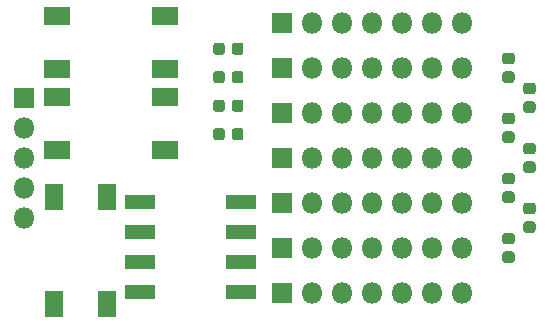
<source format=gbs>
%TF.GenerationSoftware,KiCad,Pcbnew,(5.1.6)-1*%
%TF.CreationDate,2020-07-31T18:02:46-07:00*%
%TF.ProjectId,dspic33ev256gm102,64737069-6333-4336-9576-323536676d31,rev?*%
%TF.SameCoordinates,Original*%
%TF.FileFunction,Soldermask,Bot*%
%TF.FilePolarity,Negative*%
%FSLAX46Y46*%
G04 Gerber Fmt 4.6, Leading zero omitted, Abs format (unit mm)*
G04 Created by KiCad (PCBNEW (5.1.6)-1) date 2020-07-31 18:02:46*
%MOMM*%
%LPD*%
G01*
G04 APERTURE LIST*
%ADD10O,1.801600X1.801600*%
%ADD11R,1.801600X1.801600*%
%ADD12R,2.541600X1.221600*%
%ADD13R,2.201600X1.501600*%
%ADD14R,1.501600X2.201600*%
G04 APERTURE END LIST*
D10*
%TO.C,J3*%
X190881000Y-83820000D03*
X188341000Y-83820000D03*
X185801000Y-83820000D03*
X183261000Y-83820000D03*
X180721000Y-83820000D03*
X178181000Y-83820000D03*
D11*
X175641000Y-83820000D03*
%TD*%
%TO.C,R15*%
G36*
G01*
X172370300Y-78077350D02*
X172370300Y-78640650D01*
G75*
G02*
X172126150Y-78884800I-244150J0D01*
G01*
X171637850Y-78884800D01*
G75*
G02*
X171393700Y-78640650I0J244150D01*
G01*
X171393700Y-78077350D01*
G75*
G02*
X171637850Y-77833200I244150J0D01*
G01*
X172126150Y-77833200D01*
G75*
G02*
X172370300Y-78077350I0J-244150D01*
G01*
G37*
G36*
G01*
X170795300Y-78077350D02*
X170795300Y-78640650D01*
G75*
G02*
X170551150Y-78884800I-244150J0D01*
G01*
X170062850Y-78884800D01*
G75*
G02*
X169818700Y-78640650I0J244150D01*
G01*
X169818700Y-78077350D01*
G75*
G02*
X170062850Y-77833200I244150J0D01*
G01*
X170551150Y-77833200D01*
G75*
G02*
X170795300Y-78077350I0J-244150D01*
G01*
G37*
%TD*%
%TO.C,R16*%
G36*
G01*
X169818700Y-81053650D02*
X169818700Y-80490350D01*
G75*
G02*
X170062850Y-80246200I244150J0D01*
G01*
X170551150Y-80246200D01*
G75*
G02*
X170795300Y-80490350I0J-244150D01*
G01*
X170795300Y-81053650D01*
G75*
G02*
X170551150Y-81297800I-244150J0D01*
G01*
X170062850Y-81297800D01*
G75*
G02*
X169818700Y-81053650I0J244150D01*
G01*
G37*
G36*
G01*
X171393700Y-81053650D02*
X171393700Y-80490350D01*
G75*
G02*
X171637850Y-80246200I244150J0D01*
G01*
X172126150Y-80246200D01*
G75*
G02*
X172370300Y-80490350I0J-244150D01*
G01*
X172370300Y-81053650D01*
G75*
G02*
X172126150Y-81297800I-244150J0D01*
G01*
X171637850Y-81297800D01*
G75*
G02*
X171393700Y-81053650I0J244150D01*
G01*
G37*
%TD*%
D10*
%TO.C,J1*%
X190881000Y-76200000D03*
X188341000Y-76200000D03*
X185801000Y-76200000D03*
X183261000Y-76200000D03*
X180721000Y-76200000D03*
X178181000Y-76200000D03*
D11*
X175641000Y-76200000D03*
%TD*%
%TO.C,C1*%
G36*
G01*
X171393700Y-85879650D02*
X171393700Y-85316350D01*
G75*
G02*
X171637850Y-85072200I244150J0D01*
G01*
X172126150Y-85072200D01*
G75*
G02*
X172370300Y-85316350I0J-244150D01*
G01*
X172370300Y-85879650D01*
G75*
G02*
X172126150Y-86123800I-244150J0D01*
G01*
X171637850Y-86123800D01*
G75*
G02*
X171393700Y-85879650I0J244150D01*
G01*
G37*
G36*
G01*
X169818700Y-85879650D02*
X169818700Y-85316350D01*
G75*
G02*
X170062850Y-85072200I244150J0D01*
G01*
X170551150Y-85072200D01*
G75*
G02*
X170795300Y-85316350I0J-244150D01*
G01*
X170795300Y-85879650D01*
G75*
G02*
X170551150Y-86123800I-244150J0D01*
G01*
X170062850Y-86123800D01*
G75*
G02*
X169818700Y-85879650I0J244150D01*
G01*
G37*
%TD*%
%TO.C,D1*%
G36*
G01*
X195099650Y-79672800D02*
X194536350Y-79672800D01*
G75*
G02*
X194292200Y-79428650I0J244150D01*
G01*
X194292200Y-78940350D01*
G75*
G02*
X194536350Y-78696200I244150J0D01*
G01*
X195099650Y-78696200D01*
G75*
G02*
X195343800Y-78940350I0J-244150D01*
G01*
X195343800Y-79428650D01*
G75*
G02*
X195099650Y-79672800I-244150J0D01*
G01*
G37*
G36*
G01*
X195099650Y-81247800D02*
X194536350Y-81247800D01*
G75*
G02*
X194292200Y-81003650I0J244150D01*
G01*
X194292200Y-80515350D01*
G75*
G02*
X194536350Y-80271200I244150J0D01*
G01*
X195099650Y-80271200D01*
G75*
G02*
X195343800Y-80515350I0J-244150D01*
G01*
X195343800Y-81003650D01*
G75*
G02*
X195099650Y-81247800I-244150J0D01*
G01*
G37*
%TD*%
%TO.C,D2*%
G36*
G01*
X196877650Y-83787800D02*
X196314350Y-83787800D01*
G75*
G02*
X196070200Y-83543650I0J244150D01*
G01*
X196070200Y-83055350D01*
G75*
G02*
X196314350Y-82811200I244150J0D01*
G01*
X196877650Y-82811200D01*
G75*
G02*
X197121800Y-83055350I0J-244150D01*
G01*
X197121800Y-83543650D01*
G75*
G02*
X196877650Y-83787800I-244150J0D01*
G01*
G37*
G36*
G01*
X196877650Y-82212800D02*
X196314350Y-82212800D01*
G75*
G02*
X196070200Y-81968650I0J244150D01*
G01*
X196070200Y-81480350D01*
G75*
G02*
X196314350Y-81236200I244150J0D01*
G01*
X196877650Y-81236200D01*
G75*
G02*
X197121800Y-81480350I0J-244150D01*
G01*
X197121800Y-81968650D01*
G75*
G02*
X196877650Y-82212800I-244150J0D01*
G01*
G37*
%TD*%
%TO.C,D3*%
G36*
G01*
X195099650Y-84756966D02*
X194536350Y-84756966D01*
G75*
G02*
X194292200Y-84512816I0J244150D01*
G01*
X194292200Y-84024516D01*
G75*
G02*
X194536350Y-83780366I244150J0D01*
G01*
X195099650Y-83780366D01*
G75*
G02*
X195343800Y-84024516I0J-244150D01*
G01*
X195343800Y-84512816D01*
G75*
G02*
X195099650Y-84756966I-244150J0D01*
G01*
G37*
G36*
G01*
X195099650Y-86331966D02*
X194536350Y-86331966D01*
G75*
G02*
X194292200Y-86087816I0J244150D01*
G01*
X194292200Y-85599516D01*
G75*
G02*
X194536350Y-85355366I244150J0D01*
G01*
X195099650Y-85355366D01*
G75*
G02*
X195343800Y-85599516I0J-244150D01*
G01*
X195343800Y-86087816D01*
G75*
G02*
X195099650Y-86331966I-244150J0D01*
G01*
G37*
%TD*%
%TO.C,D4*%
G36*
G01*
X196877650Y-88880400D02*
X196314350Y-88880400D01*
G75*
G02*
X196070200Y-88636250I0J244150D01*
G01*
X196070200Y-88147950D01*
G75*
G02*
X196314350Y-87903800I244150J0D01*
G01*
X196877650Y-87903800D01*
G75*
G02*
X197121800Y-88147950I0J-244150D01*
G01*
X197121800Y-88636250D01*
G75*
G02*
X196877650Y-88880400I-244150J0D01*
G01*
G37*
G36*
G01*
X196877650Y-87305400D02*
X196314350Y-87305400D01*
G75*
G02*
X196070200Y-87061250I0J244150D01*
G01*
X196070200Y-86572950D01*
G75*
G02*
X196314350Y-86328800I244150J0D01*
G01*
X196877650Y-86328800D01*
G75*
G02*
X197121800Y-86572950I0J-244150D01*
G01*
X197121800Y-87061250D01*
G75*
G02*
X196877650Y-87305400I-244150J0D01*
G01*
G37*
%TD*%
%TO.C,D5*%
G36*
G01*
X195099650Y-89841132D02*
X194536350Y-89841132D01*
G75*
G02*
X194292200Y-89596982I0J244150D01*
G01*
X194292200Y-89108682D01*
G75*
G02*
X194536350Y-88864532I244150J0D01*
G01*
X195099650Y-88864532D01*
G75*
G02*
X195343800Y-89108682I0J-244150D01*
G01*
X195343800Y-89596982D01*
G75*
G02*
X195099650Y-89841132I-244150J0D01*
G01*
G37*
G36*
G01*
X195099650Y-91416132D02*
X194536350Y-91416132D01*
G75*
G02*
X194292200Y-91171982I0J244150D01*
G01*
X194292200Y-90683682D01*
G75*
G02*
X194536350Y-90439532I244150J0D01*
G01*
X195099650Y-90439532D01*
G75*
G02*
X195343800Y-90683682I0J-244150D01*
G01*
X195343800Y-91171982D01*
G75*
G02*
X195099650Y-91416132I-244150J0D01*
G01*
G37*
%TD*%
%TO.C,D6*%
G36*
G01*
X196877650Y-92372800D02*
X196314350Y-92372800D01*
G75*
G02*
X196070200Y-92128650I0J244150D01*
G01*
X196070200Y-91640350D01*
G75*
G02*
X196314350Y-91396200I244150J0D01*
G01*
X196877650Y-91396200D01*
G75*
G02*
X197121800Y-91640350I0J-244150D01*
G01*
X197121800Y-92128650D01*
G75*
G02*
X196877650Y-92372800I-244150J0D01*
G01*
G37*
G36*
G01*
X196877650Y-93947800D02*
X196314350Y-93947800D01*
G75*
G02*
X196070200Y-93703650I0J244150D01*
G01*
X196070200Y-93215350D01*
G75*
G02*
X196314350Y-92971200I244150J0D01*
G01*
X196877650Y-92971200D01*
G75*
G02*
X197121800Y-93215350I0J-244150D01*
G01*
X197121800Y-93703650D01*
G75*
G02*
X196877650Y-93947800I-244150J0D01*
G01*
G37*
%TD*%
%TO.C,D7*%
G36*
G01*
X195099650Y-96500300D02*
X194536350Y-96500300D01*
G75*
G02*
X194292200Y-96256150I0J244150D01*
G01*
X194292200Y-95767850D01*
G75*
G02*
X194536350Y-95523700I244150J0D01*
G01*
X195099650Y-95523700D01*
G75*
G02*
X195343800Y-95767850I0J-244150D01*
G01*
X195343800Y-96256150D01*
G75*
G02*
X195099650Y-96500300I-244150J0D01*
G01*
G37*
G36*
G01*
X195099650Y-94925300D02*
X194536350Y-94925300D01*
G75*
G02*
X194292200Y-94681150I0J244150D01*
G01*
X194292200Y-94192850D01*
G75*
G02*
X194536350Y-93948700I244150J0D01*
G01*
X195099650Y-93948700D01*
G75*
G02*
X195343800Y-94192850I0J-244150D01*
G01*
X195343800Y-94681150D01*
G75*
G02*
X195099650Y-94925300I-244150J0D01*
G01*
G37*
%TD*%
%TO.C,J2*%
X175641000Y-80010000D03*
D10*
X178181000Y-80010000D03*
X180721000Y-80010000D03*
X183261000Y-80010000D03*
X185801000Y-80010000D03*
X188341000Y-80010000D03*
X190881000Y-80010000D03*
%TD*%
D11*
%TO.C,J4*%
X175641000Y-87630000D03*
D10*
X178181000Y-87630000D03*
X180721000Y-87630000D03*
X183261000Y-87630000D03*
X185801000Y-87630000D03*
X188341000Y-87630000D03*
X190881000Y-87630000D03*
%TD*%
%TO.C,J5*%
X190881000Y-91440000D03*
X188341000Y-91440000D03*
X185801000Y-91440000D03*
X183261000Y-91440000D03*
X180721000Y-91440000D03*
X178181000Y-91440000D03*
D11*
X175641000Y-91440000D03*
%TD*%
D10*
%TO.C,J6*%
X190881000Y-95250000D03*
X188341000Y-95250000D03*
X185801000Y-95250000D03*
X183261000Y-95250000D03*
X180721000Y-95250000D03*
X178181000Y-95250000D03*
D11*
X175641000Y-95250000D03*
%TD*%
%TO.C,J7*%
X175641000Y-99060000D03*
D10*
X178181000Y-99060000D03*
X180721000Y-99060000D03*
X183261000Y-99060000D03*
X185801000Y-99060000D03*
X188341000Y-99060000D03*
X190881000Y-99060000D03*
%TD*%
%TO.C,J10*%
X153797000Y-92710000D03*
X153797000Y-90170000D03*
X153797000Y-87630000D03*
X153797000Y-85090000D03*
D11*
X153797000Y-82550000D03*
%TD*%
D12*
%TO.C,SW4*%
X163589000Y-91313000D03*
X172199000Y-98933000D03*
X163589000Y-93853000D03*
X172199000Y-96393000D03*
X163589000Y-96393000D03*
X172199000Y-93853000D03*
X163589000Y-98933000D03*
X172199000Y-91313000D03*
%TD*%
%TO.C,JP1*%
G36*
G01*
X171393700Y-83466650D02*
X171393700Y-82903350D01*
G75*
G02*
X171637850Y-82659200I244150J0D01*
G01*
X172126150Y-82659200D01*
G75*
G02*
X172370300Y-82903350I0J-244150D01*
G01*
X172370300Y-83466650D01*
G75*
G02*
X172126150Y-83710800I-244150J0D01*
G01*
X171637850Y-83710800D01*
G75*
G02*
X171393700Y-83466650I0J244150D01*
G01*
G37*
G36*
G01*
X169818700Y-83466650D02*
X169818700Y-82903350D01*
G75*
G02*
X170062850Y-82659200I244150J0D01*
G01*
X170551150Y-82659200D01*
G75*
G02*
X170795300Y-82903350I0J-244150D01*
G01*
X170795300Y-83466650D01*
G75*
G02*
X170551150Y-83710800I-244150J0D01*
G01*
X170062850Y-83710800D01*
G75*
G02*
X169818700Y-83466650I0J244150D01*
G01*
G37*
%TD*%
D13*
%TO.C,SW1*%
X156613000Y-80101000D03*
X156613000Y-75601000D03*
X165713000Y-75601000D03*
X165713000Y-80101000D03*
%TD*%
%TO.C,SW2*%
X165713000Y-86959000D03*
X165713000Y-82459000D03*
X156613000Y-82459000D03*
X156613000Y-86959000D03*
%TD*%
D14*
%TO.C,SW3*%
X156309500Y-90890500D03*
X160809500Y-90890500D03*
X160809500Y-99990500D03*
X156309500Y-99990500D03*
%TD*%
M02*

</source>
